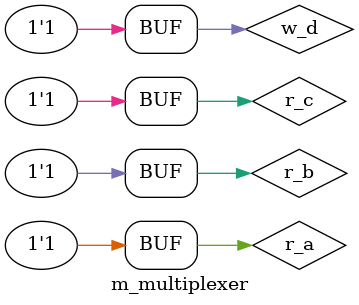
<source format=v>
module m_multiplexer();
  reg r_a, r_b, r_c;
  wire w_d;
  // assign w_d = r_c ? r_b : r_a;
  assign w_d = (r_c & r_b) | (!r_c & r_a);
  initial begin
         r_c <= 0; r_a <= 0; r_b <= 0;
    #100 r_c <= 0; r_a <= 0; r_b <= 1;
    #100 r_c <= 0; r_a <= 1; r_b <= 0;
    #100 r_c <= 0; r_a <= 1; r_b <= 1;
    #100 r_c <= 1; r_a <= 0; r_b <= 1;
    #100 r_c <= 1; r_a <= 1; r_b <= 0;
    #100 r_c <= 1; r_a <= 1; r_b <= 1;
  end
  always@(*) #1 $display("%d nsec:  %b %b %b %b", $time, r_c, r_a, r_b, w_d);
endmodule

</source>
